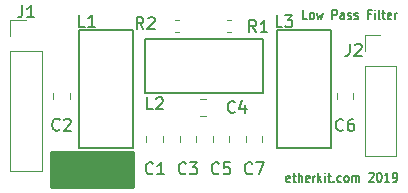
<source format=gto>
G04 #@! TF.GenerationSoftware,KiCad,Pcbnew,5.0.2-bee76a0~70~ubuntu18.04.1*
G04 #@! TF.CreationDate,2018-12-18T09:34:18-08:00*
G04 #@! TF.ProjectId,LowPassFilterModule,4c6f7750-6173-4734-9669-6c7465724d6f,rev?*
G04 #@! TF.SameCoordinates,Original*
G04 #@! TF.FileFunction,Legend,Top*
G04 #@! TF.FilePolarity,Positive*
%FSLAX46Y46*%
G04 Gerber Fmt 4.6, Leading zero omitted, Abs format (unit mm)*
G04 Created by KiCad (PCBNEW 5.0.2-bee76a0~70~ubuntu18.04.1) date Tue 18 Dec 2018 09:34:18 AM PST*
%MOMM*%
%LPD*%
G01*
G04 APERTURE LIST*
%ADD10C,0.150000*%
%ADD11C,0.120000*%
%ADD12C,0.200000*%
%ADD13C,0.254000*%
G04 APERTURE END LIST*
D10*
X124330833Y-100273809D02*
X124264166Y-100311904D01*
X124130833Y-100311904D01*
X124064166Y-100273809D01*
X124030833Y-100197619D01*
X124030833Y-99892857D01*
X124064166Y-99816666D01*
X124130833Y-99778571D01*
X124264166Y-99778571D01*
X124330833Y-99816666D01*
X124364166Y-99892857D01*
X124364166Y-99969047D01*
X124030833Y-100045238D01*
X124564166Y-99778571D02*
X124830833Y-99778571D01*
X124664166Y-99511904D02*
X124664166Y-100197619D01*
X124697500Y-100273809D01*
X124764166Y-100311904D01*
X124830833Y-100311904D01*
X125064166Y-100311904D02*
X125064166Y-99511904D01*
X125364166Y-100311904D02*
X125364166Y-99892857D01*
X125330833Y-99816666D01*
X125264166Y-99778571D01*
X125164166Y-99778571D01*
X125097500Y-99816666D01*
X125064166Y-99854761D01*
X125964166Y-100273809D02*
X125897500Y-100311904D01*
X125764166Y-100311904D01*
X125697500Y-100273809D01*
X125664166Y-100197619D01*
X125664166Y-99892857D01*
X125697500Y-99816666D01*
X125764166Y-99778571D01*
X125897500Y-99778571D01*
X125964166Y-99816666D01*
X125997500Y-99892857D01*
X125997500Y-99969047D01*
X125664166Y-100045238D01*
X126297500Y-100311904D02*
X126297500Y-99778571D01*
X126297500Y-99930952D02*
X126330833Y-99854761D01*
X126364166Y-99816666D01*
X126430833Y-99778571D01*
X126497500Y-99778571D01*
X126730833Y-100311904D02*
X126730833Y-99511904D01*
X126797500Y-100007142D02*
X126997500Y-100311904D01*
X126997500Y-99778571D02*
X126730833Y-100083333D01*
X127297500Y-100311904D02*
X127297500Y-99778571D01*
X127297500Y-99511904D02*
X127264166Y-99550000D01*
X127297500Y-99588095D01*
X127330833Y-99550000D01*
X127297500Y-99511904D01*
X127297500Y-99588095D01*
X127530833Y-99778571D02*
X127797500Y-99778571D01*
X127630833Y-99511904D02*
X127630833Y-100197619D01*
X127664166Y-100273809D01*
X127730833Y-100311904D01*
X127797500Y-100311904D01*
X128030833Y-100235714D02*
X128064166Y-100273809D01*
X128030833Y-100311904D01*
X127997500Y-100273809D01*
X128030833Y-100235714D01*
X128030833Y-100311904D01*
X128664166Y-100273809D02*
X128597500Y-100311904D01*
X128464166Y-100311904D01*
X128397500Y-100273809D01*
X128364166Y-100235714D01*
X128330833Y-100159523D01*
X128330833Y-99930952D01*
X128364166Y-99854761D01*
X128397500Y-99816666D01*
X128464166Y-99778571D01*
X128597500Y-99778571D01*
X128664166Y-99816666D01*
X129064166Y-100311904D02*
X128997500Y-100273809D01*
X128964166Y-100235714D01*
X128930833Y-100159523D01*
X128930833Y-99930952D01*
X128964166Y-99854761D01*
X128997500Y-99816666D01*
X129064166Y-99778571D01*
X129164166Y-99778571D01*
X129230833Y-99816666D01*
X129264166Y-99854761D01*
X129297500Y-99930952D01*
X129297500Y-100159523D01*
X129264166Y-100235714D01*
X129230833Y-100273809D01*
X129164166Y-100311904D01*
X129064166Y-100311904D01*
X129597500Y-100311904D02*
X129597500Y-99778571D01*
X129597500Y-99854761D02*
X129630833Y-99816666D01*
X129697500Y-99778571D01*
X129797500Y-99778571D01*
X129864166Y-99816666D01*
X129897500Y-99892857D01*
X129897500Y-100311904D01*
X129897500Y-99892857D02*
X129930833Y-99816666D01*
X129997500Y-99778571D01*
X130097500Y-99778571D01*
X130164166Y-99816666D01*
X130197500Y-99892857D01*
X130197500Y-100311904D01*
X131030833Y-99588095D02*
X131064166Y-99550000D01*
X131130833Y-99511904D01*
X131297500Y-99511904D01*
X131364166Y-99550000D01*
X131397500Y-99588095D01*
X131430833Y-99664285D01*
X131430833Y-99740476D01*
X131397500Y-99854761D01*
X130997500Y-100311904D01*
X131430833Y-100311904D01*
X131864166Y-99511904D02*
X131930833Y-99511904D01*
X131997500Y-99550000D01*
X132030833Y-99588095D01*
X132064166Y-99664285D01*
X132097500Y-99816666D01*
X132097500Y-100007142D01*
X132064166Y-100159523D01*
X132030833Y-100235714D01*
X131997500Y-100273809D01*
X131930833Y-100311904D01*
X131864166Y-100311904D01*
X131797500Y-100273809D01*
X131764166Y-100235714D01*
X131730833Y-100159523D01*
X131697500Y-100007142D01*
X131697500Y-99816666D01*
X131730833Y-99664285D01*
X131764166Y-99588095D01*
X131797500Y-99550000D01*
X131864166Y-99511904D01*
X132764166Y-100311904D02*
X132364166Y-100311904D01*
X132564166Y-100311904D02*
X132564166Y-99511904D01*
X132497500Y-99626190D01*
X132430833Y-99702380D01*
X132364166Y-99740476D01*
X133097500Y-100311904D02*
X133230833Y-100311904D01*
X133297500Y-100273809D01*
X133330833Y-100235714D01*
X133397500Y-100121428D01*
X133430833Y-99969047D01*
X133430833Y-99664285D01*
X133397500Y-99588095D01*
X133364166Y-99550000D01*
X133297500Y-99511904D01*
X133164166Y-99511904D01*
X133097500Y-99550000D01*
X133064166Y-99588095D01*
X133030833Y-99664285D01*
X133030833Y-99854761D01*
X133064166Y-99930952D01*
X133097500Y-99969047D01*
X133164166Y-100007142D01*
X133297500Y-100007142D01*
X133364166Y-99969047D01*
X133397500Y-99930952D01*
X133430833Y-99854761D01*
X125797500Y-86511904D02*
X125464166Y-86511904D01*
X125464166Y-85711904D01*
X126130833Y-86511904D02*
X126064166Y-86473809D01*
X126030833Y-86435714D01*
X125997500Y-86359523D01*
X125997500Y-86130952D01*
X126030833Y-86054761D01*
X126064166Y-86016666D01*
X126130833Y-85978571D01*
X126230833Y-85978571D01*
X126297500Y-86016666D01*
X126330833Y-86054761D01*
X126364166Y-86130952D01*
X126364166Y-86359523D01*
X126330833Y-86435714D01*
X126297500Y-86473809D01*
X126230833Y-86511904D01*
X126130833Y-86511904D01*
X126597500Y-85978571D02*
X126730833Y-86511904D01*
X126864166Y-86130952D01*
X126997500Y-86511904D01*
X127130833Y-85978571D01*
X127930833Y-86511904D02*
X127930833Y-85711904D01*
X128197500Y-85711904D01*
X128264166Y-85750000D01*
X128297500Y-85788095D01*
X128330833Y-85864285D01*
X128330833Y-85978571D01*
X128297500Y-86054761D01*
X128264166Y-86092857D01*
X128197500Y-86130952D01*
X127930833Y-86130952D01*
X128930833Y-86511904D02*
X128930833Y-86092857D01*
X128897500Y-86016666D01*
X128830833Y-85978571D01*
X128697500Y-85978571D01*
X128630833Y-86016666D01*
X128930833Y-86473809D02*
X128864166Y-86511904D01*
X128697500Y-86511904D01*
X128630833Y-86473809D01*
X128597500Y-86397619D01*
X128597500Y-86321428D01*
X128630833Y-86245238D01*
X128697500Y-86207142D01*
X128864166Y-86207142D01*
X128930833Y-86169047D01*
X129230833Y-86473809D02*
X129297500Y-86511904D01*
X129430833Y-86511904D01*
X129497500Y-86473809D01*
X129530833Y-86397619D01*
X129530833Y-86359523D01*
X129497500Y-86283333D01*
X129430833Y-86245238D01*
X129330833Y-86245238D01*
X129264166Y-86207142D01*
X129230833Y-86130952D01*
X129230833Y-86092857D01*
X129264166Y-86016666D01*
X129330833Y-85978571D01*
X129430833Y-85978571D01*
X129497500Y-86016666D01*
X129797500Y-86473809D02*
X129864166Y-86511904D01*
X129997500Y-86511904D01*
X130064166Y-86473809D01*
X130097500Y-86397619D01*
X130097500Y-86359523D01*
X130064166Y-86283333D01*
X129997500Y-86245238D01*
X129897500Y-86245238D01*
X129830833Y-86207142D01*
X129797500Y-86130952D01*
X129797500Y-86092857D01*
X129830833Y-86016666D01*
X129897500Y-85978571D01*
X129997500Y-85978571D01*
X130064166Y-86016666D01*
X131164166Y-86092857D02*
X130930833Y-86092857D01*
X130930833Y-86511904D02*
X130930833Y-85711904D01*
X131264166Y-85711904D01*
X131530833Y-86511904D02*
X131530833Y-85978571D01*
X131530833Y-85711904D02*
X131497500Y-85750000D01*
X131530833Y-85788095D01*
X131564166Y-85750000D01*
X131530833Y-85711904D01*
X131530833Y-85788095D01*
X131964166Y-86511904D02*
X131897500Y-86473809D01*
X131864166Y-86397619D01*
X131864166Y-85711904D01*
X132130833Y-85978571D02*
X132397500Y-85978571D01*
X132230833Y-85711904D02*
X132230833Y-86397619D01*
X132264166Y-86473809D01*
X132330833Y-86511904D01*
X132397500Y-86511904D01*
X132897500Y-86473809D02*
X132830833Y-86511904D01*
X132697500Y-86511904D01*
X132630833Y-86473809D01*
X132597500Y-86397619D01*
X132597500Y-86092857D01*
X132630833Y-86016666D01*
X132697500Y-85978571D01*
X132830833Y-85978571D01*
X132897500Y-86016666D01*
X132930833Y-86092857D01*
X132930833Y-86169047D01*
X132597500Y-86245238D01*
X133230833Y-86511904D02*
X133230833Y-85978571D01*
X133230833Y-86130952D02*
X133264166Y-86054761D01*
X133297500Y-86016666D01*
X133364166Y-85978571D01*
X133430833Y-85978571D01*
D11*
G04 #@! TO.C,J1*
X100670000Y-86590000D02*
X102000000Y-86590000D01*
X100670000Y-87920000D02*
X100670000Y-86590000D01*
X100670000Y-89190000D02*
X103330000Y-89190000D01*
X103330000Y-89190000D02*
X103330000Y-99410000D01*
X100670000Y-89190000D02*
X100670000Y-99410000D01*
X100670000Y-99410000D02*
X103330000Y-99410000D01*
D12*
G04 #@! TO.C,L3*
X127801240Y-97449980D02*
X127801240Y-87450000D01*
X123198760Y-97449980D02*
X127801240Y-97449980D01*
X123198760Y-87450000D02*
X123198760Y-97449980D01*
X127801240Y-87450000D02*
X123198760Y-87450000D01*
G04 #@! TO.C,L2*
X122049980Y-88198760D02*
X112050000Y-88198760D01*
X122049980Y-92801240D02*
X122049980Y-88198760D01*
X112050000Y-92801240D02*
X122049980Y-92801240D01*
X112050000Y-88198760D02*
X112050000Y-92801240D01*
G04 #@! TO.C,L1*
X106448760Y-87450020D02*
X106448760Y-97450000D01*
X111051240Y-87450020D02*
X106448760Y-87450020D01*
X111051240Y-97450000D02*
X111051240Y-87450020D01*
X106448760Y-97450000D02*
X111051240Y-97450000D01*
D11*
G04 #@! TO.C,C1*
X113610000Y-96441422D02*
X113610000Y-96958578D01*
X112190000Y-96441422D02*
X112190000Y-96958578D01*
G04 #@! TO.C,C2*
X105710000Y-92741422D02*
X105710000Y-93258578D01*
X104290000Y-92741422D02*
X104290000Y-93258578D01*
G04 #@! TO.C,C3*
X114990000Y-96441422D02*
X114990000Y-96958578D01*
X116410000Y-96441422D02*
X116410000Y-96958578D01*
G04 #@! TO.C,C4*
X117258578Y-93290000D02*
X116741422Y-93290000D01*
X117258578Y-94710000D02*
X116741422Y-94710000D01*
G04 #@! TO.C,C5*
X119210000Y-96441422D02*
X119210000Y-96958578D01*
X117790000Y-96441422D02*
X117790000Y-96958578D01*
G04 #@! TO.C,C6*
X128290000Y-93258578D02*
X128290000Y-92741422D01*
X129710000Y-93258578D02*
X129710000Y-92741422D01*
G04 #@! TO.C,C7*
X120590000Y-96441422D02*
X120590000Y-96958578D01*
X122010000Y-96441422D02*
X122010000Y-96958578D01*
G04 #@! TO.C,R1*
X119362779Y-87610000D02*
X119037221Y-87610000D01*
X119362779Y-86590000D02*
X119037221Y-86590000D01*
G04 #@! TO.C,R2*
X114962779Y-86590000D02*
X114637221Y-86590000D01*
X114962779Y-87610000D02*
X114637221Y-87610000D01*
G04 #@! TO.C,J2*
X130670000Y-98140000D02*
X133330000Y-98140000D01*
X130670000Y-90460000D02*
X130670000Y-98140000D01*
X133330000Y-90460000D02*
X133330000Y-98140000D01*
X130670000Y-90460000D02*
X133330000Y-90460000D01*
X130670000Y-89190000D02*
X130670000Y-87860000D01*
X130670000Y-87860000D02*
X132000000Y-87860000D01*
G04 #@! TO.C,J1*
D10*
X101666666Y-85352380D02*
X101666666Y-86066666D01*
X101619047Y-86209523D01*
X101523809Y-86304761D01*
X101380952Y-86352380D01*
X101285714Y-86352380D01*
X102666666Y-86352380D02*
X102095238Y-86352380D01*
X102380952Y-86352380D02*
X102380952Y-85352380D01*
X102285714Y-85495238D01*
X102190476Y-85590476D01*
X102095238Y-85638095D01*
G04 #@! TO.C,L3*
X123683333Y-87202380D02*
X123207142Y-87202380D01*
X123207142Y-86202380D01*
X123921428Y-86202380D02*
X124540476Y-86202380D01*
X124207142Y-86583333D01*
X124350000Y-86583333D01*
X124445238Y-86630952D01*
X124492857Y-86678571D01*
X124540476Y-86773809D01*
X124540476Y-87011904D01*
X124492857Y-87107142D01*
X124445238Y-87154761D01*
X124350000Y-87202380D01*
X124064285Y-87202380D01*
X123969047Y-87154761D01*
X123921428Y-87107142D01*
G04 #@! TO.C,L2*
X112733333Y-94152380D02*
X112257142Y-94152380D01*
X112257142Y-93152380D01*
X113019047Y-93247619D02*
X113066666Y-93200000D01*
X113161904Y-93152380D01*
X113400000Y-93152380D01*
X113495238Y-93200000D01*
X113542857Y-93247619D01*
X113590476Y-93342857D01*
X113590476Y-93438095D01*
X113542857Y-93580952D01*
X112971428Y-94152380D01*
X113590476Y-94152380D01*
G04 #@! TO.C,L1*
X106983333Y-87152380D02*
X106507142Y-87152380D01*
X106507142Y-86152380D01*
X107840476Y-87152380D02*
X107269047Y-87152380D01*
X107554761Y-87152380D02*
X107554761Y-86152380D01*
X107459523Y-86295238D01*
X107364285Y-86390476D01*
X107269047Y-86438095D01*
G04 #@! TO.C,C1*
X112733333Y-99557142D02*
X112685714Y-99604761D01*
X112542857Y-99652380D01*
X112447619Y-99652380D01*
X112304761Y-99604761D01*
X112209523Y-99509523D01*
X112161904Y-99414285D01*
X112114285Y-99223809D01*
X112114285Y-99080952D01*
X112161904Y-98890476D01*
X112209523Y-98795238D01*
X112304761Y-98700000D01*
X112447619Y-98652380D01*
X112542857Y-98652380D01*
X112685714Y-98700000D01*
X112733333Y-98747619D01*
X113685714Y-99652380D02*
X113114285Y-99652380D01*
X113400000Y-99652380D02*
X113400000Y-98652380D01*
X113304761Y-98795238D01*
X113209523Y-98890476D01*
X113114285Y-98938095D01*
G04 #@! TO.C,C2*
X104833333Y-95861142D02*
X104785714Y-95908761D01*
X104642857Y-95956380D01*
X104547619Y-95956380D01*
X104404761Y-95908761D01*
X104309523Y-95813523D01*
X104261904Y-95718285D01*
X104214285Y-95527809D01*
X104214285Y-95384952D01*
X104261904Y-95194476D01*
X104309523Y-95099238D01*
X104404761Y-95004000D01*
X104547619Y-94956380D01*
X104642857Y-94956380D01*
X104785714Y-95004000D01*
X104833333Y-95051619D01*
X105214285Y-95051619D02*
X105261904Y-95004000D01*
X105357142Y-94956380D01*
X105595238Y-94956380D01*
X105690476Y-95004000D01*
X105738095Y-95051619D01*
X105785714Y-95146857D01*
X105785714Y-95242095D01*
X105738095Y-95384952D01*
X105166666Y-95956380D01*
X105785714Y-95956380D01*
G04 #@! TO.C,C3*
X115533333Y-99557142D02*
X115485714Y-99604761D01*
X115342857Y-99652380D01*
X115247619Y-99652380D01*
X115104761Y-99604761D01*
X115009523Y-99509523D01*
X114961904Y-99414285D01*
X114914285Y-99223809D01*
X114914285Y-99080952D01*
X114961904Y-98890476D01*
X115009523Y-98795238D01*
X115104761Y-98700000D01*
X115247619Y-98652380D01*
X115342857Y-98652380D01*
X115485714Y-98700000D01*
X115533333Y-98747619D01*
X115866666Y-98652380D02*
X116485714Y-98652380D01*
X116152380Y-99033333D01*
X116295238Y-99033333D01*
X116390476Y-99080952D01*
X116438095Y-99128571D01*
X116485714Y-99223809D01*
X116485714Y-99461904D01*
X116438095Y-99557142D01*
X116390476Y-99604761D01*
X116295238Y-99652380D01*
X116009523Y-99652380D01*
X115914285Y-99604761D01*
X115866666Y-99557142D01*
G04 #@! TO.C,C4*
X119671333Y-94357142D02*
X119623714Y-94404761D01*
X119480857Y-94452380D01*
X119385619Y-94452380D01*
X119242761Y-94404761D01*
X119147523Y-94309523D01*
X119099904Y-94214285D01*
X119052285Y-94023809D01*
X119052285Y-93880952D01*
X119099904Y-93690476D01*
X119147523Y-93595238D01*
X119242761Y-93500000D01*
X119385619Y-93452380D01*
X119480857Y-93452380D01*
X119623714Y-93500000D01*
X119671333Y-93547619D01*
X120528476Y-93785714D02*
X120528476Y-94452380D01*
X120290380Y-93404761D02*
X120052285Y-94119047D01*
X120671333Y-94119047D01*
G04 #@! TO.C,C5*
X118333333Y-99557142D02*
X118285714Y-99604761D01*
X118142857Y-99652380D01*
X118047619Y-99652380D01*
X117904761Y-99604761D01*
X117809523Y-99509523D01*
X117761904Y-99414285D01*
X117714285Y-99223809D01*
X117714285Y-99080952D01*
X117761904Y-98890476D01*
X117809523Y-98795238D01*
X117904761Y-98700000D01*
X118047619Y-98652380D01*
X118142857Y-98652380D01*
X118285714Y-98700000D01*
X118333333Y-98747619D01*
X119238095Y-98652380D02*
X118761904Y-98652380D01*
X118714285Y-99128571D01*
X118761904Y-99080952D01*
X118857142Y-99033333D01*
X119095238Y-99033333D01*
X119190476Y-99080952D01*
X119238095Y-99128571D01*
X119285714Y-99223809D01*
X119285714Y-99461904D01*
X119238095Y-99557142D01*
X119190476Y-99604761D01*
X119095238Y-99652380D01*
X118857142Y-99652380D01*
X118761904Y-99604761D01*
X118714285Y-99557142D01*
G04 #@! TO.C,C6*
X128833333Y-95897142D02*
X128785714Y-95944761D01*
X128642857Y-95992380D01*
X128547619Y-95992380D01*
X128404761Y-95944761D01*
X128309523Y-95849523D01*
X128261904Y-95754285D01*
X128214285Y-95563809D01*
X128214285Y-95420952D01*
X128261904Y-95230476D01*
X128309523Y-95135238D01*
X128404761Y-95040000D01*
X128547619Y-94992380D01*
X128642857Y-94992380D01*
X128785714Y-95040000D01*
X128833333Y-95087619D01*
X129690476Y-94992380D02*
X129500000Y-94992380D01*
X129404761Y-95040000D01*
X129357142Y-95087619D01*
X129261904Y-95230476D01*
X129214285Y-95420952D01*
X129214285Y-95801904D01*
X129261904Y-95897142D01*
X129309523Y-95944761D01*
X129404761Y-95992380D01*
X129595238Y-95992380D01*
X129690476Y-95944761D01*
X129738095Y-95897142D01*
X129785714Y-95801904D01*
X129785714Y-95563809D01*
X129738095Y-95468571D01*
X129690476Y-95420952D01*
X129595238Y-95373333D01*
X129404761Y-95373333D01*
X129309523Y-95420952D01*
X129261904Y-95468571D01*
X129214285Y-95563809D01*
G04 #@! TO.C,C7*
X121133333Y-99557142D02*
X121085714Y-99604761D01*
X120942857Y-99652380D01*
X120847619Y-99652380D01*
X120704761Y-99604761D01*
X120609523Y-99509523D01*
X120561904Y-99414285D01*
X120514285Y-99223809D01*
X120514285Y-99080952D01*
X120561904Y-98890476D01*
X120609523Y-98795238D01*
X120704761Y-98700000D01*
X120847619Y-98652380D01*
X120942857Y-98652380D01*
X121085714Y-98700000D01*
X121133333Y-98747619D01*
X121466666Y-98652380D02*
X122133333Y-98652380D01*
X121704761Y-99652380D01*
G04 #@! TO.C,R1*
X121475333Y-87608380D02*
X121142000Y-87132190D01*
X120903904Y-87608380D02*
X120903904Y-86608380D01*
X121284857Y-86608380D01*
X121380095Y-86656000D01*
X121427714Y-86703619D01*
X121475333Y-86798857D01*
X121475333Y-86941714D01*
X121427714Y-87036952D01*
X121380095Y-87084571D01*
X121284857Y-87132190D01*
X120903904Y-87132190D01*
X122427714Y-87608380D02*
X121856285Y-87608380D01*
X122142000Y-87608380D02*
X122142000Y-86608380D01*
X122046761Y-86751238D01*
X121951523Y-86846476D01*
X121856285Y-86894095D01*
G04 #@! TO.C,R2*
X111935333Y-87352380D02*
X111602000Y-86876190D01*
X111363904Y-87352380D02*
X111363904Y-86352380D01*
X111744857Y-86352380D01*
X111840095Y-86400000D01*
X111887714Y-86447619D01*
X111935333Y-86542857D01*
X111935333Y-86685714D01*
X111887714Y-86780952D01*
X111840095Y-86828571D01*
X111744857Y-86876190D01*
X111363904Y-86876190D01*
X112316285Y-86447619D02*
X112363904Y-86400000D01*
X112459142Y-86352380D01*
X112697238Y-86352380D01*
X112792476Y-86400000D01*
X112840095Y-86447619D01*
X112887714Y-86542857D01*
X112887714Y-86638095D01*
X112840095Y-86780952D01*
X112268666Y-87352380D01*
X112887714Y-87352380D01*
G04 #@! TO.C,J2*
X129416666Y-88602380D02*
X129416666Y-89316666D01*
X129369047Y-89459523D01*
X129273809Y-89554761D01*
X129130952Y-89602380D01*
X129035714Y-89602380D01*
X129845238Y-88697619D02*
X129892857Y-88650000D01*
X129988095Y-88602380D01*
X130226190Y-88602380D01*
X130321428Y-88650000D01*
X130369047Y-88697619D01*
X130416666Y-88792857D01*
X130416666Y-88888095D01*
X130369047Y-89030952D01*
X129797619Y-89602380D01*
X130416666Y-89602380D01*
G04 #@! TD*
D13*
G36*
X111073000Y-100723000D02*
X104127000Y-100723000D01*
X104127000Y-97777000D01*
X111073000Y-97777000D01*
X111073000Y-100723000D01*
X111073000Y-100723000D01*
G37*
X111073000Y-100723000D02*
X104127000Y-100723000D01*
X104127000Y-97777000D01*
X111073000Y-97777000D01*
X111073000Y-100723000D01*
M02*

</source>
